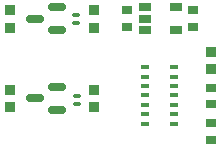
<source format=gtp>
%TF.GenerationSoftware,KiCad,Pcbnew,9.0.5*%
%TF.CreationDate,2025-10-22T23:14:38+01:00*%
%TF.ProjectId,vm_i2c_pulse_oximeter,766d5f69-3263-45f7-9075-6c73655f6f78,0.1*%
%TF.SameCoordinates,PX577fe70PY4b1a130*%
%TF.FileFunction,Paste,Top*%
%TF.FilePolarity,Positive*%
%FSLAX45Y45*%
G04 Gerber Fmt 4.5, Leading zero omitted, Abs format (unit mm)*
G04 Created by KiCad (PCBNEW 9.0.5) date 2025-10-22 23:14:38*
%MOMM*%
%LPD*%
G01*
G04 APERTURE LIST*
G04 Aperture macros list*
%AMRoundRect*
0 Rectangle with rounded corners*
0 $1 Rounding radius*
0 $2 $3 $4 $5 $6 $7 $8 $9 X,Y pos of 4 corners*
0 Add a 4 corners polygon primitive as box body*
4,1,4,$2,$3,$4,$5,$6,$7,$8,$9,$2,$3,0*
0 Add four circle primitives for the rounded corners*
1,1,$1+$1,$2,$3*
1,1,$1+$1,$4,$5*
1,1,$1+$1,$6,$7*
1,1,$1+$1,$8,$9*
0 Add four rect primitives between the rounded corners*
20,1,$1+$1,$2,$3,$4,$5,0*
20,1,$1+$1,$4,$5,$6,$7,0*
20,1,$1+$1,$6,$7,$8,$9,0*
20,1,$1+$1,$8,$9,$2,$3,0*%
G04 Aperture macros list end*
%ADD10R,0.860000X0.810000*%
%ADD11R,0.900000X0.800000*%
%ADD12R,1.100000X0.700000*%
%ADD13RoundRect,0.150000X0.587500X0.150000X-0.587500X0.150000X-0.587500X-0.150000X0.587500X-0.150000X0*%
%ADD14RoundRect,0.087500X-0.287500X-0.087500X0.287500X-0.087500X0.287500X0.087500X-0.287500X0.087500X0*%
%ADD15RoundRect,0.050000X-0.250000X0.100000X-0.250000X-0.100000X0.250000X-0.100000X0.250000X0.100000X0*%
G04 APERTURE END LIST*
D10*
%TO.C,R5*%
X-163750Y-125000D03*
X-163750Y-275000D03*
%TD*%
D11*
%TO.C,C2*%
X825000Y-550000D03*
X825000Y-410000D03*
%TD*%
D12*
%TO.C,U2*%
X267250Y570000D03*
X267250Y475000D03*
X267250Y380000D03*
X525250Y380000D03*
X525250Y570000D03*
%TD*%
D10*
%TO.C,R4*%
X-168750Y550000D03*
X-168750Y400000D03*
%TD*%
D11*
%TO.C,C4*%
X675250Y545000D03*
X675250Y405000D03*
%TD*%
D13*
%TO.C,Q2*%
X-476250Y-295000D03*
X-476250Y-105000D03*
X-663750Y-200000D03*
%TD*%
D10*
%TO.C,R1*%
X825000Y45000D03*
X825000Y195000D03*
%TD*%
D13*
%TO.C,Q1*%
X-481250Y380000D03*
X-481250Y570000D03*
X-668750Y475000D03*
%TD*%
D14*
%TO.C,U1*%
X267500Y65000D03*
X267500Y-15000D03*
X267500Y-95000D03*
X267500Y-175000D03*
X267500Y-255000D03*
X267500Y-335000D03*
X267500Y-415000D03*
X507500Y-415000D03*
X507500Y-335000D03*
X507500Y-255000D03*
X507500Y-175000D03*
X507500Y-95000D03*
X507500Y-15000D03*
X507500Y65000D03*
%TD*%
D11*
%TO.C,C1*%
X825000Y-250000D03*
X825000Y-110000D03*
%TD*%
D15*
%TO.C,D2*%
X-313750Y-180000D03*
X-313750Y-250000D03*
%TD*%
D10*
%TO.C,R3*%
X-875000Y-125000D03*
X-875000Y-275000D03*
%TD*%
D15*
%TO.C,D1*%
X-318750Y510000D03*
X-318750Y440000D03*
%TD*%
D10*
%TO.C,R2*%
X-875000Y550000D03*
X-875000Y400000D03*
%TD*%
D11*
%TO.C,C3*%
X112750Y545000D03*
X112750Y405000D03*
%TD*%
M02*

</source>
